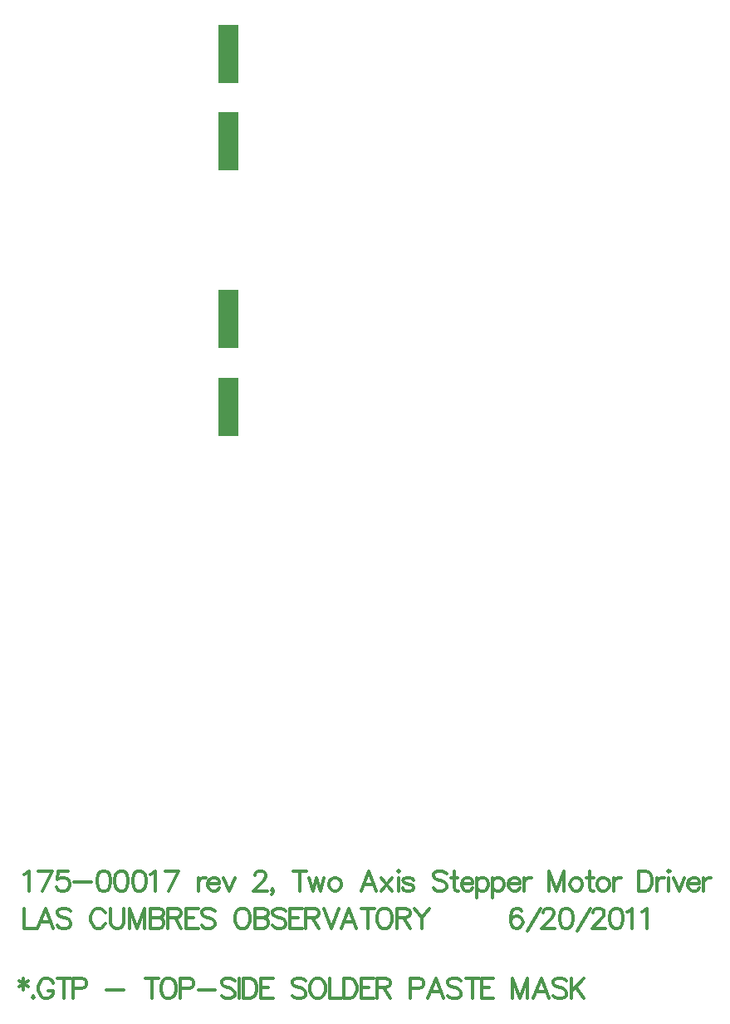
<source format=gtp>
%FSLAX23Y23*%
%MOIN*%
G70*
G01*
G75*
G04 Layer_Color=8421504*
%ADD10R,0.079X0.236*%
%ADD11C,0.008*%
%ADD12C,0.007*%
%ADD13C,0.050*%
%ADD14C,0.020*%
%ADD15C,0.012*%
%ADD16C,0.012*%
%ADD17C,0.012*%
%ADD18R,0.070X0.070*%
%ADD19C,0.070*%
%ADD20C,0.219*%
%ADD21C,0.276*%
%ADD22C,0.059*%
%ADD23R,0.059X0.059*%
%ADD24C,0.050*%
%ADD25C,0.024*%
%ADD26C,0.040*%
%ADD27C,0.080*%
G04:AMPARAMS|DCode=28|XSize=100mil|YSize=100mil|CornerRadius=0mil|HoleSize=0mil|Usage=FLASHONLY|Rotation=0.000|XOffset=0mil|YOffset=0mil|HoleType=Round|Shape=Relief|Width=10mil|Gap=10mil|Entries=4|*
%AMTHD28*
7,0,0,0.100,0.080,0.010,45*
%
%ADD28THD28*%
%ADD29C,0.206*%
%ADD30C,0.197*%
%ADD31C,0.075*%
G04:AMPARAMS|DCode=32|XSize=85mil|YSize=85mil|CornerRadius=0mil|HoleSize=0mil|Usage=FLASHONLY|Rotation=0.000|XOffset=0mil|YOffset=0mil|HoleType=Round|Shape=Relief|Width=10mil|Gap=10mil|Entries=4|*
%AMTHD32*
7,0,0,0.085,0.065,0.010,45*
%
%ADD32THD32*%
%ADD33C,0.065*%
G04:AMPARAMS|DCode=34|XSize=70mil|YSize=70mil|CornerRadius=0mil|HoleSize=0mil|Usage=FLASHONLY|Rotation=0.000|XOffset=0mil|YOffset=0mil|HoleType=Round|Shape=Relief|Width=10mil|Gap=10mil|Entries=4|*
%AMTHD34*
7,0,0,0.070,0.050,0.010,45*
%
%ADD34THD34*%
%ADD35C,0.068*%
G04:AMPARAMS|DCode=36|XSize=88mil|YSize=88mil|CornerRadius=0mil|HoleSize=0mil|Usage=FLASHONLY|Rotation=0.000|XOffset=0mil|YOffset=0mil|HoleType=Round|Shape=Relief|Width=10mil|Gap=10mil|Entries=4|*
%AMTHD36*
7,0,0,0.088,0.068,0.010,45*
%
%ADD36THD36*%
%ADD37C,0.075*%
%ADD38C,0.010*%
%ADD39R,0.094X0.130*%
%ADD40R,0.050X0.050*%
%ADD41R,0.078X0.048*%
%ADD42R,0.050X0.050*%
%ADD43R,0.059X0.039*%
%ADD44R,0.085X0.016*%
%ADD45R,0.020X0.709*%
%ADD46R,0.130X0.094*%
%ADD47O,0.079X0.024*%
%ADD48C,0.005*%
%ADD49C,0.030*%
%ADD50C,0.008*%
%ADD51C,0.006*%
%ADD52C,0.015*%
%ADD53R,0.149X0.227*%
D10*
X31838Y21125D02*
D03*
Y21477D02*
D03*
Y22542D02*
D03*
Y22190D02*
D03*
D16*
X31018Y19113D02*
Y19033D01*
X31063D01*
X31133D02*
X31103Y19113D01*
X31072Y19033D01*
X31084Y19059D02*
X31122D01*
X31205Y19101D02*
X31198Y19109D01*
X31186Y19113D01*
X31171D01*
X31159Y19109D01*
X31152Y19101D01*
Y19094D01*
X31156Y19086D01*
X31159Y19082D01*
X31167Y19078D01*
X31190Y19071D01*
X31198Y19067D01*
X31201Y19063D01*
X31205Y19055D01*
Y19044D01*
X31198Y19036D01*
X31186Y19033D01*
X31171D01*
X31159Y19036D01*
X31152Y19044D01*
X31343Y19094D02*
X31339Y19101D01*
X31332Y19109D01*
X31324Y19113D01*
X31309D01*
X31301Y19109D01*
X31294Y19101D01*
X31290Y19094D01*
X31286Y19082D01*
Y19063D01*
X31290Y19052D01*
X31294Y19044D01*
X31301Y19036D01*
X31309Y19033D01*
X31324D01*
X31332Y19036D01*
X31339Y19044D01*
X31343Y19052D01*
X31366Y19113D02*
Y19055D01*
X31369Y19044D01*
X31377Y19036D01*
X31388Y19033D01*
X31396D01*
X31407Y19036D01*
X31415Y19044D01*
X31419Y19055D01*
Y19113D01*
X31441D02*
Y19033D01*
Y19113D02*
X31471Y19033D01*
X31502Y19113D02*
X31471Y19033D01*
X31502Y19113D02*
Y19033D01*
X31525Y19113D02*
Y19033D01*
Y19113D02*
X31559D01*
X31570Y19109D01*
X31574Y19105D01*
X31578Y19097D01*
Y19090D01*
X31574Y19082D01*
X31570Y19078D01*
X31559Y19075D01*
X31525D02*
X31559D01*
X31570Y19071D01*
X31574Y19067D01*
X31578Y19059D01*
Y19048D01*
X31574Y19040D01*
X31570Y19036D01*
X31559Y19033D01*
X31525D01*
X31596Y19113D02*
Y19033D01*
Y19113D02*
X31630D01*
X31642Y19109D01*
X31645Y19105D01*
X31649Y19097D01*
Y19090D01*
X31645Y19082D01*
X31642Y19078D01*
X31630Y19075D01*
X31596D01*
X31623D02*
X31649Y19033D01*
X31717Y19113D02*
X31667D01*
Y19033D01*
X31717D01*
X31667Y19075D02*
X31698D01*
X31783Y19101D02*
X31776Y19109D01*
X31764Y19113D01*
X31749D01*
X31738Y19109D01*
X31730Y19101D01*
Y19094D01*
X31734Y19086D01*
X31738Y19082D01*
X31745Y19078D01*
X31768Y19071D01*
X31776Y19067D01*
X31780Y19063D01*
X31783Y19055D01*
Y19044D01*
X31776Y19036D01*
X31764Y19033D01*
X31749D01*
X31738Y19036D01*
X31730Y19044D01*
X31887Y19113D02*
X31879Y19109D01*
X31872Y19101D01*
X31868Y19094D01*
X31864Y19082D01*
Y19063D01*
X31868Y19052D01*
X31872Y19044D01*
X31879Y19036D01*
X31887Y19033D01*
X31902D01*
X31910Y19036D01*
X31917Y19044D01*
X31921Y19052D01*
X31925Y19063D01*
Y19082D01*
X31921Y19094D01*
X31917Y19101D01*
X31910Y19109D01*
X31902Y19113D01*
X31887D01*
X31944D02*
Y19033D01*
Y19113D02*
X31978D01*
X31989Y19109D01*
X31993Y19105D01*
X31997Y19097D01*
Y19090D01*
X31993Y19082D01*
X31989Y19078D01*
X31978Y19075D01*
X31944D02*
X31978D01*
X31989Y19071D01*
X31993Y19067D01*
X31997Y19059D01*
Y19048D01*
X31993Y19040D01*
X31989Y19036D01*
X31978Y19033D01*
X31944D01*
X32068Y19101D02*
X32061Y19109D01*
X32049Y19113D01*
X32034D01*
X32023Y19109D01*
X32015Y19101D01*
Y19094D01*
X32019Y19086D01*
X32023Y19082D01*
X32030Y19078D01*
X32053Y19071D01*
X32061Y19067D01*
X32064Y19063D01*
X32068Y19055D01*
Y19044D01*
X32061Y19036D01*
X32049Y19033D01*
X32034D01*
X32023Y19036D01*
X32015Y19044D01*
X32136Y19113D02*
X32086D01*
Y19033D01*
X32136D01*
X32086Y19075D02*
X32117D01*
X32149Y19113D02*
Y19033D01*
Y19113D02*
X32183D01*
X32195Y19109D01*
X32198Y19105D01*
X32202Y19097D01*
Y19090D01*
X32198Y19082D01*
X32195Y19078D01*
X32183Y19075D01*
X32149D01*
X32176D02*
X32202Y19033D01*
X32220Y19113D02*
X32251Y19033D01*
X32281Y19113D02*
X32251Y19033D01*
X32352D02*
X32322Y19113D01*
X32291Y19033D01*
X32303Y19059D02*
X32341D01*
X32398Y19113D02*
Y19033D01*
X32371Y19113D02*
X32424D01*
X32457D02*
X32449Y19109D01*
X32441Y19101D01*
X32438Y19094D01*
X32434Y19082D01*
Y19063D01*
X32438Y19052D01*
X32441Y19044D01*
X32449Y19036D01*
X32457Y19033D01*
X32472D01*
X32480Y19036D01*
X32487Y19044D01*
X32491Y19052D01*
X32495Y19063D01*
Y19082D01*
X32491Y19094D01*
X32487Y19101D01*
X32480Y19109D01*
X32472Y19113D01*
X32457D01*
X32513D02*
Y19033D01*
Y19113D02*
X32548D01*
X32559Y19109D01*
X32563Y19105D01*
X32567Y19097D01*
Y19090D01*
X32563Y19082D01*
X32559Y19078D01*
X32548Y19075D01*
X32513D01*
X32540D02*
X32567Y19033D01*
X32585Y19113D02*
X32615Y19075D01*
Y19033D01*
X32646Y19113D02*
X32615Y19075D01*
X33016Y19101D02*
X33012Y19109D01*
X33001Y19113D01*
X32993D01*
X32982Y19109D01*
X32974Y19097D01*
X32970Y19078D01*
Y19059D01*
X32974Y19044D01*
X32982Y19036D01*
X32993Y19033D01*
X32997D01*
X33008Y19036D01*
X33016Y19044D01*
X33020Y19055D01*
Y19059D01*
X33016Y19071D01*
X33008Y19078D01*
X32997Y19082D01*
X32993D01*
X32982Y19078D01*
X32974Y19071D01*
X32970Y19059D01*
X33037Y19021D02*
X33090Y19113D01*
X33100Y19094D02*
Y19097D01*
X33103Y19105D01*
X33107Y19109D01*
X33115Y19113D01*
X33130D01*
X33138Y19109D01*
X33142Y19105D01*
X33145Y19097D01*
Y19090D01*
X33142Y19082D01*
X33134Y19071D01*
X33096Y19033D01*
X33149D01*
X33190Y19113D02*
X33178Y19109D01*
X33171Y19097D01*
X33167Y19078D01*
Y19067D01*
X33171Y19048D01*
X33178Y19036D01*
X33190Y19033D01*
X33198D01*
X33209Y19036D01*
X33217Y19048D01*
X33220Y19067D01*
Y19078D01*
X33217Y19097D01*
X33209Y19109D01*
X33198Y19113D01*
X33190D01*
X33238Y19021D02*
X33292Y19113D01*
X33301Y19094D02*
Y19097D01*
X33305Y19105D01*
X33308Y19109D01*
X33316Y19113D01*
X33331D01*
X33339Y19109D01*
X33343Y19105D01*
X33346Y19097D01*
Y19090D01*
X33343Y19082D01*
X33335Y19071D01*
X33297Y19033D01*
X33350D01*
X33391Y19113D02*
X33380Y19109D01*
X33372Y19097D01*
X33368Y19078D01*
Y19067D01*
X33372Y19048D01*
X33380Y19036D01*
X33391Y19033D01*
X33399D01*
X33410Y19036D01*
X33418Y19048D01*
X33421Y19067D01*
Y19078D01*
X33418Y19097D01*
X33410Y19109D01*
X33399Y19113D01*
X33391D01*
X33439Y19097D02*
X33447Y19101D01*
X33458Y19113D01*
Y19033D01*
X33498Y19097D02*
X33506Y19101D01*
X33517Y19113D01*
Y19033D01*
D17*
X31016Y18832D02*
Y18786D01*
X30997Y18821D02*
X31035Y18798D01*
Y18821D02*
X30997Y18798D01*
X31055Y18760D02*
X31051Y18756D01*
X31055Y18752D01*
X31059Y18756D01*
X31055Y18760D01*
X31133Y18813D02*
X31130Y18821D01*
X31122Y18828D01*
X31114Y18832D01*
X31099D01*
X31092Y18828D01*
X31084Y18821D01*
X31080Y18813D01*
X31076Y18802D01*
Y18783D01*
X31080Y18771D01*
X31084Y18763D01*
X31092Y18756D01*
X31099Y18752D01*
X31114D01*
X31122Y18756D01*
X31130Y18763D01*
X31133Y18771D01*
Y18783D01*
X31114D02*
X31133D01*
X31178Y18832D02*
Y18752D01*
X31152Y18832D02*
X31205D01*
X31215Y18790D02*
X31249D01*
X31260Y18794D01*
X31264Y18798D01*
X31268Y18805D01*
Y18817D01*
X31264Y18824D01*
X31260Y18828D01*
X31249Y18832D01*
X31215D01*
Y18752D01*
X31349Y18786D02*
X31417D01*
X31530Y18832D02*
Y18752D01*
X31504Y18832D02*
X31557D01*
X31589D02*
X31582Y18828D01*
X31574Y18821D01*
X31570Y18813D01*
X31567Y18802D01*
Y18783D01*
X31570Y18771D01*
X31574Y18763D01*
X31582Y18756D01*
X31589Y18752D01*
X31605D01*
X31612Y18756D01*
X31620Y18763D01*
X31624Y18771D01*
X31627Y18783D01*
Y18802D01*
X31624Y18813D01*
X31620Y18821D01*
X31612Y18828D01*
X31605Y18832D01*
X31589D01*
X31646Y18790D02*
X31680D01*
X31692Y18794D01*
X31696Y18798D01*
X31699Y18805D01*
Y18817D01*
X31696Y18824D01*
X31692Y18828D01*
X31680Y18832D01*
X31646D01*
Y18752D01*
X31717Y18786D02*
X31786D01*
X31863Y18821D02*
X31855Y18828D01*
X31844Y18832D01*
X31829D01*
X31817Y18828D01*
X31810Y18821D01*
Y18813D01*
X31813Y18805D01*
X31817Y18802D01*
X31825Y18798D01*
X31848Y18790D01*
X31855Y18786D01*
X31859Y18783D01*
X31863Y18775D01*
Y18763D01*
X31855Y18756D01*
X31844Y18752D01*
X31829D01*
X31817Y18756D01*
X31810Y18763D01*
X31881Y18832D02*
Y18752D01*
X31898Y18832D02*
Y18752D01*
Y18832D02*
X31924D01*
X31936Y18828D01*
X31943Y18821D01*
X31947Y18813D01*
X31951Y18802D01*
Y18783D01*
X31947Y18771D01*
X31943Y18763D01*
X31936Y18756D01*
X31924Y18752D01*
X31898D01*
X32018Y18832D02*
X31969D01*
Y18752D01*
X32018D01*
X31969Y18794D02*
X31999D01*
X32148Y18821D02*
X32140Y18828D01*
X32129Y18832D01*
X32113D01*
X32102Y18828D01*
X32094Y18821D01*
Y18813D01*
X32098Y18805D01*
X32102Y18802D01*
X32110Y18798D01*
X32133Y18790D01*
X32140Y18786D01*
X32144Y18783D01*
X32148Y18775D01*
Y18763D01*
X32140Y18756D01*
X32129Y18752D01*
X32113D01*
X32102Y18756D01*
X32094Y18763D01*
X32188Y18832D02*
X32181Y18828D01*
X32173Y18821D01*
X32169Y18813D01*
X32166Y18802D01*
Y18783D01*
X32169Y18771D01*
X32173Y18763D01*
X32181Y18756D01*
X32188Y18752D01*
X32204D01*
X32211Y18756D01*
X32219Y18763D01*
X32223Y18771D01*
X32227Y18783D01*
Y18802D01*
X32223Y18813D01*
X32219Y18821D01*
X32211Y18828D01*
X32204Y18832D01*
X32188D01*
X32245D02*
Y18752D01*
X32291D01*
X32300Y18832D02*
Y18752D01*
Y18832D02*
X32326D01*
X32338Y18828D01*
X32345Y18821D01*
X32349Y18813D01*
X32353Y18802D01*
Y18783D01*
X32349Y18771D01*
X32345Y18763D01*
X32338Y18756D01*
X32326Y18752D01*
X32300D01*
X32420Y18832D02*
X32371D01*
Y18752D01*
X32420D01*
X32371Y18794D02*
X32401D01*
X32434Y18832D02*
Y18752D01*
Y18832D02*
X32468D01*
X32479Y18828D01*
X32483Y18824D01*
X32487Y18817D01*
Y18809D01*
X32483Y18802D01*
X32479Y18798D01*
X32468Y18794D01*
X32434D01*
X32460D02*
X32487Y18752D01*
X32568Y18790D02*
X32602D01*
X32614Y18794D01*
X32617Y18798D01*
X32621Y18805D01*
Y18817D01*
X32617Y18824D01*
X32614Y18828D01*
X32602Y18832D01*
X32568D01*
Y18752D01*
X32700D02*
X32670Y18832D01*
X32639Y18752D01*
X32650Y18779D02*
X32689D01*
X32772Y18821D02*
X32764Y18828D01*
X32753Y18832D01*
X32738D01*
X32726Y18828D01*
X32719Y18821D01*
Y18813D01*
X32722Y18805D01*
X32726Y18802D01*
X32734Y18798D01*
X32757Y18790D01*
X32764Y18786D01*
X32768Y18783D01*
X32772Y18775D01*
Y18763D01*
X32764Y18756D01*
X32753Y18752D01*
X32738D01*
X32726Y18756D01*
X32719Y18763D01*
X32817Y18832D02*
Y18752D01*
X32790Y18832D02*
X32843D01*
X32902D02*
X32853D01*
Y18752D01*
X32902D01*
X32853Y18794D02*
X32883D01*
X32978Y18832D02*
Y18752D01*
Y18832D02*
X33009Y18752D01*
X33039Y18832D02*
X33009Y18752D01*
X33039Y18832D02*
Y18752D01*
X33123D02*
X33093Y18832D01*
X33062Y18752D01*
X33074Y18779D02*
X33112D01*
X33195Y18821D02*
X33188Y18828D01*
X33176Y18832D01*
X33161D01*
X33149Y18828D01*
X33142Y18821D01*
Y18813D01*
X33146Y18805D01*
X33149Y18802D01*
X33157Y18798D01*
X33180Y18790D01*
X33188Y18786D01*
X33191Y18783D01*
X33195Y18775D01*
Y18763D01*
X33188Y18756D01*
X33176Y18752D01*
X33161D01*
X33149Y18756D01*
X33142Y18763D01*
X33213Y18832D02*
Y18752D01*
X33266Y18832D02*
X33213Y18779D01*
X33232Y18798D02*
X33266Y18752D01*
X31018Y19247D02*
X31025Y19251D01*
X31037Y19263D01*
Y19183D01*
X31130Y19263D02*
X31092Y19183D01*
X31076Y19263D02*
X31130D01*
X31193D02*
X31155D01*
X31151Y19228D01*
X31155Y19232D01*
X31167Y19236D01*
X31178D01*
X31190Y19232D01*
X31197Y19225D01*
X31201Y19213D01*
Y19205D01*
X31197Y19194D01*
X31190Y19186D01*
X31178Y19183D01*
X31167D01*
X31155Y19186D01*
X31151Y19190D01*
X31148Y19198D01*
X31219Y19217D02*
X31287D01*
X31334Y19263D02*
X31322Y19259D01*
X31315Y19247D01*
X31311Y19228D01*
Y19217D01*
X31315Y19198D01*
X31322Y19186D01*
X31334Y19183D01*
X31342D01*
X31353Y19186D01*
X31361Y19198D01*
X31364Y19217D01*
Y19228D01*
X31361Y19247D01*
X31353Y19259D01*
X31342Y19263D01*
X31334D01*
X31405D02*
X31394Y19259D01*
X31386Y19247D01*
X31382Y19228D01*
Y19217D01*
X31386Y19198D01*
X31394Y19186D01*
X31405Y19183D01*
X31413D01*
X31424Y19186D01*
X31432Y19198D01*
X31436Y19217D01*
Y19228D01*
X31432Y19247D01*
X31424Y19259D01*
X31413Y19263D01*
X31405D01*
X31476D02*
X31465Y19259D01*
X31457Y19247D01*
X31454Y19228D01*
Y19217D01*
X31457Y19198D01*
X31465Y19186D01*
X31476Y19183D01*
X31484D01*
X31495Y19186D01*
X31503Y19198D01*
X31507Y19217D01*
Y19228D01*
X31503Y19247D01*
X31495Y19259D01*
X31484Y19263D01*
X31476D01*
X31525Y19247D02*
X31532Y19251D01*
X31544Y19263D01*
Y19183D01*
X31637Y19263D02*
X31599Y19183D01*
X31583Y19263D02*
X31637D01*
X31717Y19236D02*
Y19183D01*
Y19213D02*
X31721Y19225D01*
X31729Y19232D01*
X31736Y19236D01*
X31748D01*
X31755Y19213D02*
X31801D01*
Y19221D01*
X31797Y19228D01*
X31793Y19232D01*
X31786Y19236D01*
X31774D01*
X31767Y19232D01*
X31759Y19225D01*
X31755Y19213D01*
Y19205D01*
X31759Y19194D01*
X31767Y19186D01*
X31774Y19183D01*
X31786D01*
X31793Y19186D01*
X31801Y19194D01*
X31818Y19236D02*
X31841Y19183D01*
X31864Y19236D02*
X31841Y19183D01*
X31943Y19244D02*
Y19247D01*
X31947Y19255D01*
X31951Y19259D01*
X31959Y19263D01*
X31974D01*
X31981Y19259D01*
X31985Y19255D01*
X31989Y19247D01*
Y19240D01*
X31985Y19232D01*
X31978Y19221D01*
X31939Y19183D01*
X31993D01*
X32018Y19186D02*
X32015Y19183D01*
X32011Y19186D01*
X32015Y19190D01*
X32018Y19186D01*
Y19179D01*
X32015Y19171D01*
X32011Y19167D01*
X32125Y19263D02*
Y19183D01*
X32099Y19263D02*
X32152D01*
X32162Y19236D02*
X32177Y19183D01*
X32192Y19236D02*
X32177Y19183D01*
X32192Y19236D02*
X32207Y19183D01*
X32222Y19236D02*
X32207Y19183D01*
X32260Y19236D02*
X32253Y19232D01*
X32245Y19225D01*
X32241Y19213D01*
Y19205D01*
X32245Y19194D01*
X32253Y19186D01*
X32260Y19183D01*
X32272D01*
X32279Y19186D01*
X32287Y19194D01*
X32291Y19205D01*
Y19213D01*
X32287Y19225D01*
X32279Y19232D01*
X32272Y19236D01*
X32260D01*
X32432Y19183D02*
X32401Y19263D01*
X32371Y19183D01*
X32382Y19209D02*
X32421D01*
X32451Y19236D02*
X32493Y19183D01*
Y19236D02*
X32451Y19183D01*
X32517Y19263D02*
X32521Y19259D01*
X32525Y19263D01*
X32521Y19266D01*
X32517Y19263D01*
X32521Y19236D02*
Y19183D01*
X32581Y19225D02*
X32577Y19232D01*
X32565Y19236D01*
X32554D01*
X32542Y19232D01*
X32539Y19225D01*
X32542Y19217D01*
X32550Y19213D01*
X32569Y19209D01*
X32577Y19205D01*
X32581Y19198D01*
Y19194D01*
X32577Y19186D01*
X32565Y19183D01*
X32554D01*
X32542Y19186D01*
X32539Y19194D01*
X32713Y19251D02*
X32706Y19259D01*
X32694Y19263D01*
X32679D01*
X32668Y19259D01*
X32660Y19251D01*
Y19244D01*
X32664Y19236D01*
X32668Y19232D01*
X32675Y19228D01*
X32698Y19221D01*
X32706Y19217D01*
X32710Y19213D01*
X32713Y19205D01*
Y19194D01*
X32706Y19186D01*
X32694Y19183D01*
X32679D01*
X32668Y19186D01*
X32660Y19194D01*
X32743Y19263D02*
Y19198D01*
X32747Y19186D01*
X32754Y19183D01*
X32762D01*
X32731Y19236D02*
X32758D01*
X32773Y19213D02*
X32819D01*
Y19221D01*
X32815Y19228D01*
X32811Y19232D01*
X32804Y19236D01*
X32792D01*
X32785Y19232D01*
X32777Y19225D01*
X32773Y19213D01*
Y19205D01*
X32777Y19194D01*
X32785Y19186D01*
X32792Y19183D01*
X32804D01*
X32811Y19186D01*
X32819Y19194D01*
X32836Y19236D02*
Y19156D01*
Y19225D02*
X32844Y19232D01*
X32851Y19236D01*
X32863D01*
X32870Y19232D01*
X32878Y19225D01*
X32882Y19213D01*
Y19205D01*
X32878Y19194D01*
X32870Y19186D01*
X32863Y19183D01*
X32851D01*
X32844Y19186D01*
X32836Y19194D01*
X32899Y19236D02*
Y19156D01*
Y19225D02*
X32907Y19232D01*
X32914Y19236D01*
X32926D01*
X32933Y19232D01*
X32941Y19225D01*
X32945Y19213D01*
Y19205D01*
X32941Y19194D01*
X32933Y19186D01*
X32926Y19183D01*
X32914D01*
X32907Y19186D01*
X32899Y19194D01*
X32962Y19213D02*
X33007D01*
Y19221D01*
X33004Y19228D01*
X33000Y19232D01*
X32992Y19236D01*
X32981D01*
X32973Y19232D01*
X32966Y19225D01*
X32962Y19213D01*
Y19205D01*
X32966Y19194D01*
X32973Y19186D01*
X32981Y19183D01*
X32992D01*
X33000Y19186D01*
X33007Y19194D01*
X33025Y19236D02*
Y19183D01*
Y19213D02*
X33028Y19225D01*
X33036Y19232D01*
X33044Y19236D01*
X33055D01*
X33125Y19263D02*
Y19183D01*
Y19263D02*
X33156Y19183D01*
X33186Y19263D02*
X33156Y19183D01*
X33186Y19263D02*
Y19183D01*
X33228Y19236D02*
X33220Y19232D01*
X33213Y19225D01*
X33209Y19213D01*
Y19205D01*
X33213Y19194D01*
X33220Y19186D01*
X33228Y19183D01*
X33239D01*
X33247Y19186D01*
X33255Y19194D01*
X33258Y19205D01*
Y19213D01*
X33255Y19225D01*
X33247Y19232D01*
X33239Y19236D01*
X33228D01*
X33287Y19263D02*
Y19198D01*
X33291Y19186D01*
X33299Y19183D01*
X33306D01*
X33276Y19236D02*
X33303D01*
X33337D02*
X33329Y19232D01*
X33322Y19225D01*
X33318Y19213D01*
Y19205D01*
X33322Y19194D01*
X33329Y19186D01*
X33337Y19183D01*
X33348D01*
X33356Y19186D01*
X33364Y19194D01*
X33367Y19205D01*
Y19213D01*
X33364Y19225D01*
X33356Y19232D01*
X33348Y19236D01*
X33337D01*
X33385D02*
Y19183D01*
Y19213D02*
X33389Y19225D01*
X33396Y19232D01*
X33404Y19236D01*
X33415D01*
X33485Y19263D02*
Y19183D01*
Y19263D02*
X33512D01*
X33524Y19259D01*
X33531Y19251D01*
X33535Y19244D01*
X33539Y19232D01*
Y19213D01*
X33535Y19202D01*
X33531Y19194D01*
X33524Y19186D01*
X33512Y19183D01*
X33485D01*
X33557Y19236D02*
Y19183D01*
Y19213D02*
X33560Y19225D01*
X33568Y19232D01*
X33576Y19236D01*
X33587D01*
X33602Y19263D02*
X33606Y19259D01*
X33610Y19263D01*
X33606Y19266D01*
X33602Y19263D01*
X33606Y19236D02*
Y19183D01*
X33624Y19236D02*
X33647Y19183D01*
X33669Y19236D02*
X33647Y19183D01*
X33682Y19213D02*
X33728D01*
Y19221D01*
X33724Y19228D01*
X33720Y19232D01*
X33713Y19236D01*
X33701D01*
X33694Y19232D01*
X33686Y19225D01*
X33682Y19213D01*
Y19205D01*
X33686Y19194D01*
X33694Y19186D01*
X33701Y19183D01*
X33713D01*
X33720Y19186D01*
X33728Y19194D01*
X33745Y19236D02*
Y19183D01*
Y19213D02*
X33749Y19225D01*
X33757Y19232D01*
X33764Y19236D01*
X33776D01*
M02*

</source>
